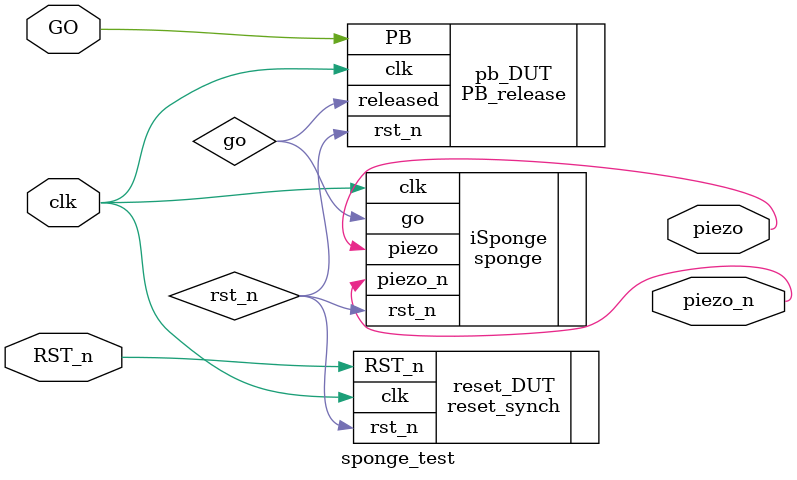
<source format=sv>
module sponge_test(clk,RST_n,GO,piezo,piezo_n);

  // Signals
  input clk;
  input RST_n;
  input GO;
  output piezo;
  output piezo_n;
  
  //Internal signals
  logic go;
  logic rst_n;
  parameter FAST_SIM = 0;
  

  // Instantiate the modules
  sponge #(FAST_SIM) iSponge (
    .clk(clk),
    .rst_n(rst_n),
    .go(go),
    .piezo(piezo),
    .piezo_n(piezo_n)
  );

  PB_release pb_DUT(
    .clk(clk),
    .rst_n(rst_n),
    .PB(GO),
    .released(go)
  );

  reset_synch reset_DUT (
    .clk(clk),
    .RST_n(RST_n),
    .rst_n(rst_n)
  );


endmodule
</source>
